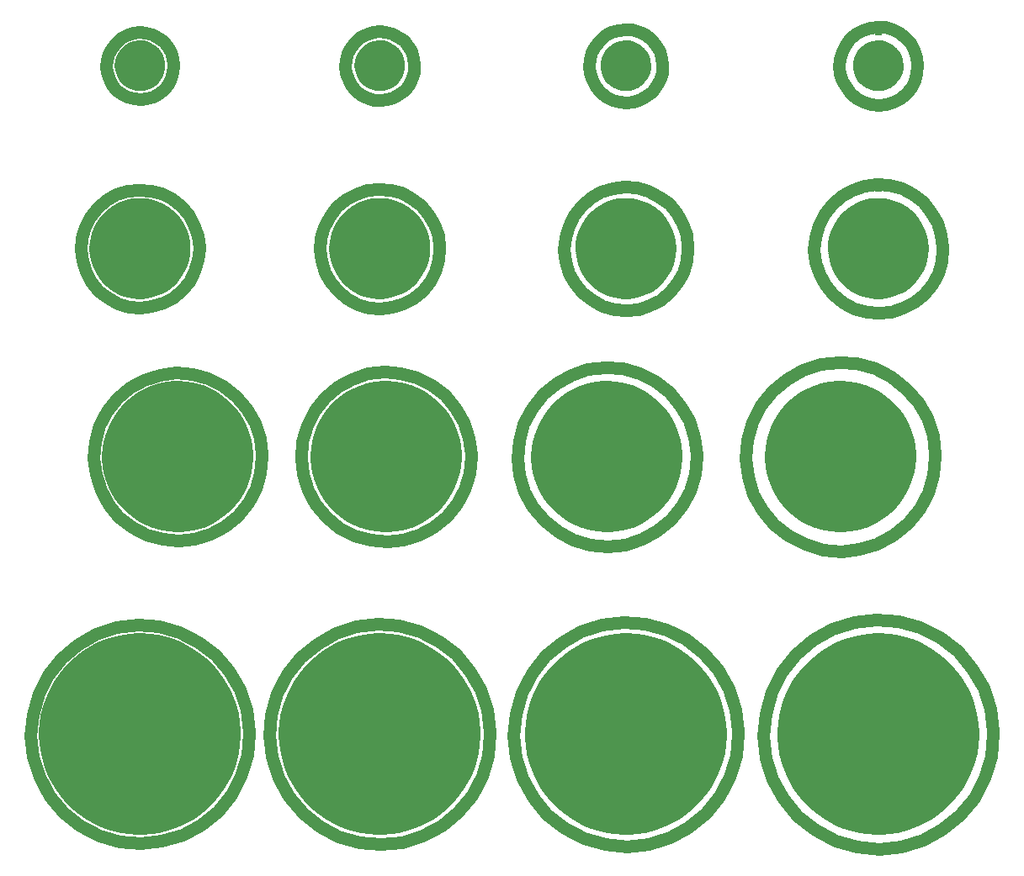
<source format=gts>
G04 (created by PCBNEW-RS274X (2011-nov-30)-testing) date Sat 18 Aug 2012 05:52:09 PM EDT*
%MOIN*%
G04 Gerber Fmt 3.4, Leading zero omitted, Abs format*
%FSLAX34Y34*%
G01*
G70*
G90*
G04 APERTURE LIST*
%ADD10C,0.006*%
%ADD11C,0.05*%
%ADD12C,0.4*%
%ADD13C,0.3*%
%ADD14C,0.2*%
%ADD15C,0.1*%
%ADD16C,0.16*%
%ADD17R,0.03X0.03*%
G04 APERTURE END LIST*
G54D10*
G54D11*
X79870Y-68000D02*
X79786Y-68848D01*
X79540Y-69665D01*
X79139Y-70418D01*
X78600Y-71079D01*
X77943Y-71622D01*
X77193Y-72028D01*
X76378Y-72280D01*
X75530Y-72369D01*
X74682Y-72292D01*
X73863Y-72051D01*
X73108Y-71656D01*
X72443Y-71122D01*
X71895Y-70468D01*
X71484Y-69721D01*
X71226Y-68908D01*
X71131Y-68061D01*
X71202Y-67212D01*
X71437Y-66392D01*
X71827Y-65633D01*
X72357Y-64965D01*
X73006Y-64412D01*
X73751Y-63996D01*
X74562Y-63732D01*
X75409Y-63631D01*
X76258Y-63697D01*
X77080Y-63926D01*
X77841Y-64311D01*
X78513Y-64836D01*
X79070Y-65481D01*
X79492Y-66223D01*
X79761Y-67032D01*
X79868Y-67878D01*
X79870Y-68000D01*
G54D12*
X77500Y-68000D02*
X77461Y-68388D01*
X77349Y-68762D01*
X77165Y-69106D01*
X76919Y-69409D01*
X76618Y-69658D01*
X76275Y-69843D01*
X75902Y-69959D01*
X75513Y-69999D01*
X75126Y-69964D01*
X74751Y-69854D01*
X74405Y-69673D01*
X74101Y-69428D01*
X73850Y-69129D01*
X73662Y-68787D01*
X73544Y-68415D01*
X73501Y-68027D01*
X73533Y-67639D01*
X73641Y-67264D01*
X73819Y-66917D01*
X74062Y-66611D01*
X74359Y-66358D01*
X74700Y-66168D01*
X75071Y-66047D01*
X75459Y-66001D01*
X75847Y-66031D01*
X76223Y-66136D01*
X76571Y-66312D01*
X76879Y-66552D01*
X77134Y-66848D01*
X77327Y-67187D01*
X77450Y-67557D01*
X77499Y-67945D01*
X77500Y-68000D01*
G54D11*
X70330Y-68000D02*
X70247Y-68841D01*
X70003Y-69650D01*
X69606Y-70396D01*
X69072Y-71051D01*
X68421Y-71589D01*
X67677Y-71991D01*
X66870Y-72241D01*
X66030Y-72329D01*
X65189Y-72253D01*
X64378Y-72014D01*
X63630Y-71623D01*
X62971Y-71093D01*
X62428Y-70446D01*
X62021Y-69705D01*
X61765Y-68900D01*
X61671Y-68060D01*
X61742Y-67219D01*
X61975Y-66407D01*
X62361Y-65655D01*
X62886Y-64993D01*
X63529Y-64445D01*
X64267Y-64033D01*
X65071Y-63772D01*
X65910Y-63671D01*
X66751Y-63736D01*
X67565Y-63964D01*
X68320Y-64345D01*
X68986Y-64865D01*
X69538Y-65505D01*
X69955Y-66239D01*
X70222Y-67041D01*
X70328Y-67880D01*
X70330Y-68000D01*
G54D12*
X68000Y-68000D02*
X67961Y-68388D01*
X67849Y-68762D01*
X67665Y-69106D01*
X67419Y-69409D01*
X67118Y-69658D01*
X66775Y-69843D01*
X66402Y-69959D01*
X66013Y-69999D01*
X65626Y-69964D01*
X65251Y-69854D01*
X64905Y-69673D01*
X64601Y-69428D01*
X64350Y-69129D01*
X64162Y-68787D01*
X64044Y-68415D01*
X64001Y-68027D01*
X64033Y-67639D01*
X64141Y-67264D01*
X64319Y-66917D01*
X64562Y-66611D01*
X64859Y-66358D01*
X65200Y-66168D01*
X65571Y-66047D01*
X65959Y-66001D01*
X66347Y-66031D01*
X66723Y-66136D01*
X67071Y-66312D01*
X67379Y-66552D01*
X67634Y-66848D01*
X67827Y-67187D01*
X67950Y-67557D01*
X67999Y-67945D01*
X68000Y-68000D01*
G54D11*
X99800Y-68000D02*
X99713Y-68883D01*
X99456Y-69733D01*
X99039Y-70517D01*
X98478Y-71206D01*
X97794Y-71772D01*
X97013Y-72194D01*
X96164Y-72457D01*
X95281Y-72549D01*
X94398Y-72469D01*
X93546Y-72218D01*
X92759Y-71807D01*
X92067Y-71250D01*
X91496Y-70570D01*
X91068Y-69792D01*
X90800Y-68945D01*
X90701Y-68063D01*
X90775Y-67179D01*
X91020Y-66326D01*
X91426Y-65536D01*
X91978Y-64840D01*
X92654Y-64264D01*
X93429Y-63831D01*
X94273Y-63557D01*
X95155Y-63451D01*
X96040Y-63520D01*
X96895Y-63758D01*
X97688Y-64159D01*
X98387Y-64706D01*
X98968Y-65378D01*
X99406Y-66150D01*
X99686Y-66992D01*
X99798Y-67873D01*
X99800Y-68000D01*
G54D12*
X97250Y-68000D02*
X97211Y-68388D01*
X97099Y-68762D01*
X96915Y-69106D01*
X96669Y-69409D01*
X96368Y-69658D01*
X96025Y-69843D01*
X95652Y-69959D01*
X95263Y-69999D01*
X94876Y-69964D01*
X94501Y-69854D01*
X94155Y-69673D01*
X93851Y-69428D01*
X93600Y-69129D01*
X93412Y-68787D01*
X93294Y-68415D01*
X93251Y-68027D01*
X93283Y-67639D01*
X93391Y-67264D01*
X93569Y-66917D01*
X93812Y-66611D01*
X94109Y-66358D01*
X94450Y-66168D01*
X94821Y-66047D01*
X95209Y-66001D01*
X95597Y-66031D01*
X95973Y-66136D01*
X96321Y-66312D01*
X96629Y-66552D01*
X96884Y-66848D01*
X97077Y-67187D01*
X97200Y-67557D01*
X97249Y-67945D01*
X97250Y-68000D01*
G54D11*
X89700Y-68000D02*
X89615Y-68864D01*
X89364Y-69695D01*
X88956Y-70462D01*
X88407Y-71135D01*
X87738Y-71689D01*
X86974Y-72102D01*
X86144Y-72359D01*
X85281Y-72449D01*
X84417Y-72371D01*
X83584Y-72125D01*
X82814Y-71723D01*
X82137Y-71179D01*
X81579Y-70514D01*
X81160Y-69753D01*
X80898Y-68925D01*
X80801Y-68062D01*
X80874Y-67197D01*
X81113Y-66362D01*
X81510Y-65590D01*
X82049Y-64909D01*
X82711Y-64346D01*
X83469Y-63923D01*
X84295Y-63654D01*
X85157Y-63551D01*
X86022Y-63618D01*
X86859Y-63852D01*
X87634Y-64243D01*
X88318Y-64778D01*
X88886Y-65435D01*
X89315Y-66191D01*
X89589Y-67015D01*
X89698Y-67876D01*
X89700Y-68000D01*
G54D12*
X87250Y-68000D02*
X87211Y-68388D01*
X87099Y-68762D01*
X86915Y-69106D01*
X86669Y-69409D01*
X86368Y-69658D01*
X86025Y-69843D01*
X85652Y-69959D01*
X85263Y-69999D01*
X84876Y-69964D01*
X84501Y-69854D01*
X84155Y-69673D01*
X83851Y-69428D01*
X83600Y-69129D01*
X83412Y-68787D01*
X83294Y-68415D01*
X83251Y-68027D01*
X83283Y-67639D01*
X83391Y-67264D01*
X83569Y-66917D01*
X83812Y-66611D01*
X84109Y-66358D01*
X84450Y-66168D01*
X84821Y-66047D01*
X85209Y-66001D01*
X85597Y-66031D01*
X85973Y-66136D01*
X86321Y-66312D01*
X86629Y-66552D01*
X86884Y-66848D01*
X87077Y-67187D01*
X87200Y-67557D01*
X87249Y-67945D01*
X87250Y-68000D01*
G54D11*
X70830Y-57000D02*
X70766Y-57646D01*
X70578Y-58268D01*
X70273Y-58842D01*
X69862Y-59346D01*
X69362Y-59760D01*
X68790Y-60069D01*
X68169Y-60261D01*
X67523Y-60329D01*
X66877Y-60271D01*
X66253Y-60087D01*
X65677Y-59786D01*
X65171Y-59379D01*
X64753Y-58881D01*
X64440Y-58311D01*
X64243Y-57692D01*
X64171Y-57046D01*
X64225Y-56399D01*
X64404Y-55775D01*
X64701Y-55197D01*
X65105Y-54687D01*
X65600Y-54266D01*
X66167Y-53949D01*
X66785Y-53748D01*
X67431Y-53671D01*
X68078Y-53721D01*
X68704Y-53896D01*
X69284Y-54189D01*
X69796Y-54589D01*
X70221Y-55081D01*
X70542Y-55646D01*
X70747Y-56263D01*
X70828Y-56908D01*
X70830Y-57000D01*
G54D13*
X69000Y-57000D02*
X68971Y-57291D01*
X68886Y-57571D01*
X68749Y-57830D01*
X68564Y-58056D01*
X68338Y-58243D01*
X68081Y-58382D01*
X67801Y-58469D01*
X67510Y-58499D01*
X67219Y-58473D01*
X66939Y-58390D01*
X66679Y-58255D01*
X66451Y-58071D01*
X66263Y-57847D01*
X66122Y-57590D01*
X66033Y-57311D01*
X66001Y-57020D01*
X66025Y-56730D01*
X66106Y-56448D01*
X66240Y-56188D01*
X66421Y-55959D01*
X66644Y-55769D01*
X66900Y-55626D01*
X67178Y-55535D01*
X67469Y-55501D01*
X67760Y-55523D01*
X68042Y-55602D01*
X68303Y-55734D01*
X68534Y-55914D01*
X68725Y-56136D01*
X68870Y-56390D01*
X68962Y-56668D01*
X68999Y-56959D01*
X69000Y-57000D01*
G54D11*
X97500Y-57000D02*
X97428Y-57728D01*
X97217Y-58429D01*
X96873Y-59075D01*
X96410Y-59642D01*
X95846Y-60108D01*
X95203Y-60456D01*
X94504Y-60673D01*
X93776Y-60749D01*
X93048Y-60683D01*
X92346Y-60476D01*
X91697Y-60137D01*
X91127Y-59679D01*
X90656Y-59118D01*
X90304Y-58477D01*
X90082Y-57779D01*
X90001Y-57052D01*
X90062Y-56324D01*
X90264Y-55620D01*
X90598Y-54969D01*
X91053Y-54396D01*
X91610Y-53921D01*
X92249Y-53564D01*
X92945Y-53338D01*
X93672Y-53251D01*
X94401Y-53307D01*
X95106Y-53504D01*
X95759Y-53834D01*
X96336Y-54285D01*
X96814Y-54839D01*
X97175Y-55475D01*
X97406Y-56170D01*
X97498Y-56896D01*
X97500Y-57000D01*
G54D13*
X95250Y-57000D02*
X95221Y-57291D01*
X95136Y-57571D01*
X94999Y-57830D01*
X94814Y-58056D01*
X94588Y-58243D01*
X94331Y-58382D01*
X94051Y-58469D01*
X93760Y-58499D01*
X93469Y-58473D01*
X93189Y-58390D01*
X92929Y-58255D01*
X92701Y-58071D01*
X92513Y-57847D01*
X92372Y-57590D01*
X92283Y-57311D01*
X92251Y-57020D01*
X92275Y-56730D01*
X92356Y-56448D01*
X92490Y-56188D01*
X92671Y-55959D01*
X92894Y-55769D01*
X93150Y-55626D01*
X93428Y-55535D01*
X93719Y-55501D01*
X94010Y-55523D01*
X94292Y-55602D01*
X94553Y-55734D01*
X94784Y-55914D01*
X94975Y-56136D01*
X95120Y-56390D01*
X95212Y-56668D01*
X95249Y-56959D01*
X95250Y-57000D01*
G54D11*
X88050Y-57000D02*
X87982Y-57689D01*
X87782Y-58352D01*
X87456Y-58964D01*
X87018Y-59501D01*
X86485Y-59943D01*
X85875Y-60272D01*
X85213Y-60477D01*
X84524Y-60549D01*
X83835Y-60487D01*
X83171Y-60291D01*
X82557Y-59970D01*
X82017Y-59536D01*
X81571Y-59005D01*
X81238Y-58398D01*
X81028Y-57738D01*
X80951Y-57049D01*
X81009Y-56360D01*
X81200Y-55694D01*
X81516Y-55077D01*
X81947Y-54534D01*
X82474Y-54085D01*
X83079Y-53747D01*
X83738Y-53533D01*
X84426Y-53451D01*
X85116Y-53504D01*
X85783Y-53691D01*
X86402Y-54003D01*
X86948Y-54430D01*
X87400Y-54954D01*
X87743Y-55557D01*
X87961Y-56214D01*
X88048Y-56901D01*
X88050Y-57000D01*
G54D13*
X86000Y-57000D02*
X85971Y-57291D01*
X85886Y-57571D01*
X85749Y-57830D01*
X85564Y-58056D01*
X85338Y-58243D01*
X85081Y-58382D01*
X84801Y-58469D01*
X84510Y-58499D01*
X84219Y-58473D01*
X83939Y-58390D01*
X83679Y-58255D01*
X83451Y-58071D01*
X83263Y-57847D01*
X83122Y-57590D01*
X83033Y-57311D01*
X83001Y-57020D01*
X83025Y-56730D01*
X83106Y-56448D01*
X83240Y-56188D01*
X83421Y-55959D01*
X83644Y-55769D01*
X83900Y-55626D01*
X84178Y-55535D01*
X84469Y-55501D01*
X84760Y-55523D01*
X85042Y-55602D01*
X85303Y-55734D01*
X85534Y-55914D01*
X85725Y-56136D01*
X85870Y-56390D01*
X85962Y-56668D01*
X85999Y-56959D01*
X86000Y-57000D01*
G54D11*
X79120Y-57000D02*
X79055Y-57654D01*
X78865Y-58284D01*
X78556Y-58864D01*
X78141Y-59374D01*
X77634Y-59793D01*
X77055Y-60106D01*
X76427Y-60301D01*
X75773Y-60369D01*
X75119Y-60310D01*
X74488Y-60124D01*
X73905Y-59819D01*
X73393Y-59407D01*
X72970Y-58903D01*
X72653Y-58327D01*
X72454Y-57700D01*
X72381Y-57047D01*
X72436Y-56392D01*
X72617Y-55760D01*
X72918Y-55175D01*
X73326Y-54660D01*
X73827Y-54233D01*
X74401Y-53912D01*
X75027Y-53709D01*
X75680Y-53631D01*
X76335Y-53682D01*
X76968Y-53859D01*
X77555Y-54155D01*
X78074Y-54560D01*
X78503Y-55058D01*
X78828Y-55630D01*
X79036Y-56254D01*
X79118Y-56906D01*
X79120Y-57000D01*
G54D13*
X77250Y-57000D02*
X77221Y-57291D01*
X77136Y-57571D01*
X76999Y-57830D01*
X76814Y-58056D01*
X76588Y-58243D01*
X76331Y-58382D01*
X76051Y-58469D01*
X75760Y-58499D01*
X75469Y-58473D01*
X75189Y-58390D01*
X74929Y-58255D01*
X74701Y-58071D01*
X74513Y-57847D01*
X74372Y-57590D01*
X74283Y-57311D01*
X74251Y-57020D01*
X74275Y-56730D01*
X74356Y-56448D01*
X74490Y-56188D01*
X74671Y-55959D01*
X74894Y-55769D01*
X75150Y-55626D01*
X75428Y-55535D01*
X75719Y-55501D01*
X76010Y-55523D01*
X76292Y-55602D01*
X76553Y-55734D01*
X76784Y-55914D01*
X76975Y-56136D01*
X77120Y-56390D01*
X77212Y-56668D01*
X77249Y-56959D01*
X77250Y-57000D01*
G54D11*
X68340Y-48750D02*
X68295Y-49204D01*
X68163Y-49641D01*
X67949Y-50044D01*
X67660Y-50398D01*
X67308Y-50689D01*
X66906Y-50907D01*
X66470Y-51042D01*
X66016Y-51089D01*
X65562Y-51048D01*
X65124Y-50919D01*
X64719Y-50708D01*
X64363Y-50421D01*
X64070Y-50072D01*
X63850Y-49671D01*
X63712Y-49236D01*
X63661Y-48782D01*
X63699Y-48328D01*
X63825Y-47889D01*
X64034Y-47483D01*
X64317Y-47125D01*
X64665Y-46829D01*
X65064Y-46606D01*
X65498Y-46465D01*
X65951Y-46411D01*
X66406Y-46446D01*
X66846Y-46569D01*
X67253Y-46775D01*
X67613Y-47056D01*
X67912Y-47402D01*
X68137Y-47799D01*
X68281Y-48232D01*
X68339Y-48685D01*
X68340Y-48750D01*
G54D14*
X67000Y-48750D02*
X66980Y-48944D01*
X66924Y-49131D01*
X66832Y-49303D01*
X66709Y-49454D01*
X66559Y-49579D01*
X66387Y-49671D01*
X66201Y-49729D01*
X66006Y-49749D01*
X65813Y-49732D01*
X65626Y-49677D01*
X65453Y-49586D01*
X65301Y-49464D01*
X65175Y-49314D01*
X65081Y-49143D01*
X65022Y-48957D01*
X65001Y-48763D01*
X65017Y-48570D01*
X65071Y-48382D01*
X65160Y-48209D01*
X65281Y-48056D01*
X65430Y-47929D01*
X65600Y-47834D01*
X65786Y-47774D01*
X65980Y-47751D01*
X66173Y-47766D01*
X66361Y-47818D01*
X66535Y-47906D01*
X66689Y-48026D01*
X66817Y-48174D01*
X66913Y-48344D01*
X66975Y-48529D01*
X66999Y-48723D01*
X67000Y-48750D01*
G54D11*
X97800Y-48750D02*
X97751Y-49245D01*
X97607Y-49721D01*
X97373Y-50161D01*
X97059Y-50546D01*
X96675Y-50864D01*
X96238Y-51100D01*
X95762Y-51247D01*
X95267Y-51299D01*
X94773Y-51254D01*
X94295Y-51114D01*
X93854Y-50883D01*
X93466Y-50571D01*
X93146Y-50190D01*
X92907Y-49754D01*
X92756Y-49280D01*
X92701Y-48785D01*
X92742Y-48290D01*
X92880Y-47812D01*
X93107Y-47369D01*
X93416Y-46979D01*
X93795Y-46657D01*
X94230Y-46414D01*
X94703Y-46260D01*
X95197Y-46201D01*
X95692Y-46239D01*
X96172Y-46373D01*
X96616Y-46597D01*
X97008Y-46904D01*
X97333Y-47281D01*
X97579Y-47713D01*
X97736Y-48186D01*
X97799Y-48679D01*
X97800Y-48750D01*
G54D14*
X96250Y-48750D02*
X96230Y-48944D01*
X96174Y-49131D01*
X96082Y-49303D01*
X95959Y-49454D01*
X95809Y-49579D01*
X95637Y-49671D01*
X95451Y-49729D01*
X95256Y-49749D01*
X95063Y-49732D01*
X94876Y-49677D01*
X94703Y-49586D01*
X94551Y-49464D01*
X94425Y-49314D01*
X94331Y-49143D01*
X94272Y-48957D01*
X94251Y-48763D01*
X94267Y-48570D01*
X94321Y-48382D01*
X94410Y-48209D01*
X94531Y-48056D01*
X94680Y-47929D01*
X94850Y-47834D01*
X95036Y-47774D01*
X95230Y-47751D01*
X95423Y-47766D01*
X95611Y-47818D01*
X95785Y-47906D01*
X95939Y-48026D01*
X96067Y-48174D01*
X96163Y-48344D01*
X96225Y-48529D01*
X96249Y-48723D01*
X96250Y-48750D01*
G54D11*
X87700Y-48750D02*
X87653Y-49225D01*
X87515Y-49683D01*
X87290Y-50105D01*
X86988Y-50476D01*
X86620Y-50781D01*
X86199Y-51008D01*
X85742Y-51149D01*
X85267Y-51199D01*
X84791Y-51156D01*
X84333Y-51021D01*
X83909Y-50800D01*
X83536Y-50500D01*
X83229Y-50134D01*
X82999Y-49715D01*
X82854Y-49259D01*
X82801Y-48784D01*
X82841Y-48308D01*
X82973Y-47849D01*
X83191Y-47423D01*
X83488Y-47049D01*
X83852Y-46739D01*
X84270Y-46505D01*
X84724Y-46358D01*
X85199Y-46301D01*
X85675Y-46338D01*
X86135Y-46466D01*
X86562Y-46682D01*
X86939Y-46976D01*
X87252Y-47338D01*
X87488Y-47754D01*
X87639Y-48208D01*
X87699Y-48682D01*
X87700Y-48750D01*
G54D14*
X86250Y-48750D02*
X86230Y-48944D01*
X86174Y-49131D01*
X86082Y-49303D01*
X85959Y-49454D01*
X85809Y-49579D01*
X85637Y-49671D01*
X85451Y-49729D01*
X85256Y-49749D01*
X85063Y-49732D01*
X84876Y-49677D01*
X84703Y-49586D01*
X84551Y-49464D01*
X84425Y-49314D01*
X84331Y-49143D01*
X84272Y-48957D01*
X84251Y-48763D01*
X84267Y-48570D01*
X84321Y-48382D01*
X84410Y-48209D01*
X84531Y-48056D01*
X84680Y-47929D01*
X84850Y-47834D01*
X85036Y-47774D01*
X85230Y-47751D01*
X85423Y-47766D01*
X85611Y-47818D01*
X85785Y-47906D01*
X85939Y-48026D01*
X86067Y-48174D01*
X86163Y-48344D01*
X86225Y-48529D01*
X86249Y-48723D01*
X86250Y-48750D01*
G54D11*
X77870Y-48750D02*
X77824Y-49210D01*
X77691Y-49653D01*
X77474Y-50061D01*
X77181Y-50419D01*
X76825Y-50714D01*
X76418Y-50934D01*
X75976Y-51071D01*
X75516Y-51119D01*
X75056Y-51078D01*
X74613Y-50947D01*
X74203Y-50733D01*
X73842Y-50443D01*
X73545Y-50088D01*
X73322Y-49683D01*
X73182Y-49242D01*
X73131Y-48783D01*
X73169Y-48323D01*
X73297Y-47878D01*
X73508Y-47467D01*
X73796Y-47104D01*
X74148Y-46804D01*
X74552Y-46579D01*
X74992Y-46436D01*
X75451Y-46381D01*
X75911Y-46417D01*
X76357Y-46541D01*
X76769Y-46749D01*
X77134Y-47034D01*
X77436Y-47384D01*
X77665Y-47787D01*
X77811Y-48225D01*
X77869Y-48684D01*
X77870Y-48750D01*
G54D14*
X76500Y-48750D02*
X76480Y-48944D01*
X76424Y-49131D01*
X76332Y-49303D01*
X76209Y-49454D01*
X76059Y-49579D01*
X75887Y-49671D01*
X75701Y-49729D01*
X75506Y-49749D01*
X75313Y-49732D01*
X75126Y-49677D01*
X74953Y-49586D01*
X74801Y-49464D01*
X74675Y-49314D01*
X74581Y-49143D01*
X74522Y-48957D01*
X74501Y-48763D01*
X74517Y-48570D01*
X74571Y-48382D01*
X74660Y-48209D01*
X74781Y-48056D01*
X74930Y-47929D01*
X75100Y-47834D01*
X75286Y-47774D01*
X75480Y-47751D01*
X75673Y-47766D01*
X75861Y-47818D01*
X76035Y-47906D01*
X76189Y-48026D01*
X76317Y-48174D01*
X76413Y-48344D01*
X76475Y-48529D01*
X76499Y-48723D01*
X76500Y-48750D01*
G54D11*
X67330Y-41500D02*
X67304Y-41758D01*
X67229Y-42006D01*
X67107Y-42236D01*
X66943Y-42437D01*
X66743Y-42602D01*
X66515Y-42726D01*
X66267Y-42802D01*
X66009Y-42829D01*
X65751Y-42806D01*
X65502Y-42733D01*
X65272Y-42612D01*
X65070Y-42450D01*
X64903Y-42251D01*
X64778Y-42023D01*
X64700Y-41776D01*
X64671Y-41518D01*
X64692Y-41260D01*
X64764Y-41011D01*
X64883Y-40780D01*
X65044Y-40577D01*
X65241Y-40408D01*
X65468Y-40282D01*
X65715Y-40202D01*
X65973Y-40171D01*
X66230Y-40191D01*
X66480Y-40261D01*
X66712Y-40378D01*
X66917Y-40537D01*
X67086Y-40734D01*
X67215Y-40960D01*
X67296Y-41206D01*
X67329Y-41463D01*
X67330Y-41500D01*
G54D15*
X66500Y-41500D02*
X66490Y-41597D01*
X66462Y-41690D01*
X66416Y-41776D01*
X66354Y-41852D01*
X66279Y-41914D01*
X66193Y-41960D01*
X66100Y-41989D01*
X66003Y-41999D01*
X65907Y-41991D01*
X65813Y-41963D01*
X65727Y-41918D01*
X65651Y-41857D01*
X65588Y-41782D01*
X65541Y-41696D01*
X65511Y-41603D01*
X65501Y-41506D01*
X65509Y-41410D01*
X65536Y-41316D01*
X65580Y-41230D01*
X65641Y-41153D01*
X65715Y-41090D01*
X65800Y-41042D01*
X65893Y-41012D01*
X65990Y-41001D01*
X66086Y-41008D01*
X66180Y-41034D01*
X66267Y-41078D01*
X66344Y-41138D01*
X66408Y-41212D01*
X66456Y-41297D01*
X66487Y-41390D01*
X66499Y-41487D01*
X66500Y-41500D01*
G54D11*
X96800Y-41500D02*
X96770Y-41801D01*
X96683Y-42090D01*
X96541Y-42357D01*
X96349Y-42592D01*
X96116Y-42785D01*
X95850Y-42928D01*
X95561Y-43018D01*
X95260Y-43049D01*
X94960Y-43022D01*
X94670Y-42937D01*
X94402Y-42796D01*
X94166Y-42607D01*
X93972Y-42375D01*
X93826Y-42110D01*
X93734Y-41822D01*
X93701Y-41521D01*
X93726Y-41221D01*
X93809Y-40930D01*
X93948Y-40661D01*
X94136Y-40424D01*
X94366Y-40228D01*
X94630Y-40080D01*
X94918Y-39987D01*
X95218Y-39951D01*
X95519Y-39974D01*
X95810Y-40055D01*
X96080Y-40192D01*
X96318Y-40378D01*
X96516Y-40607D01*
X96665Y-40870D01*
X96761Y-41157D01*
X96799Y-41457D01*
X96800Y-41500D01*
G54D15*
X95750Y-41500D02*
X95740Y-41597D01*
X95712Y-41690D01*
X95666Y-41776D01*
X95604Y-41852D01*
X95529Y-41914D01*
X95443Y-41960D01*
X95350Y-41989D01*
X95253Y-41999D01*
X95157Y-41991D01*
X95063Y-41963D01*
X94977Y-41918D01*
X94901Y-41857D01*
X94838Y-41782D01*
X94791Y-41696D01*
X94761Y-41603D01*
X94751Y-41506D01*
X94759Y-41410D01*
X94786Y-41316D01*
X94830Y-41230D01*
X94891Y-41153D01*
X94965Y-41090D01*
X95050Y-41042D01*
X95143Y-41012D01*
X95240Y-41001D01*
X95336Y-41008D01*
X95430Y-41034D01*
X95517Y-41078D01*
X95594Y-41138D01*
X95658Y-41212D01*
X95706Y-41297D01*
X95737Y-41390D01*
X95749Y-41487D01*
X95750Y-41500D01*
G54D11*
X86700Y-41500D02*
X86672Y-41781D01*
X86590Y-42052D01*
X86457Y-42302D01*
X86278Y-42521D01*
X86060Y-42702D01*
X85811Y-42836D01*
X85541Y-42920D01*
X85260Y-42949D01*
X84979Y-42924D01*
X84707Y-42844D01*
X84457Y-42713D01*
X84236Y-42535D01*
X84054Y-42319D01*
X83918Y-42071D01*
X83832Y-41801D01*
X83801Y-41520D01*
X83824Y-41239D01*
X83902Y-40967D01*
X84032Y-40715D01*
X84207Y-40493D01*
X84423Y-40310D01*
X84670Y-40172D01*
X84939Y-40084D01*
X85220Y-40051D01*
X85501Y-40073D01*
X85774Y-40149D01*
X86026Y-40276D01*
X86249Y-40450D01*
X86434Y-40665D01*
X86574Y-40911D01*
X86663Y-41179D01*
X86699Y-41460D01*
X86700Y-41500D01*
G54D15*
X85750Y-41500D02*
X85740Y-41597D01*
X85712Y-41690D01*
X85666Y-41776D01*
X85604Y-41852D01*
X85529Y-41914D01*
X85443Y-41960D01*
X85350Y-41989D01*
X85253Y-41999D01*
X85157Y-41991D01*
X85063Y-41963D01*
X84977Y-41918D01*
X84901Y-41857D01*
X84838Y-41782D01*
X84791Y-41696D01*
X84761Y-41603D01*
X84751Y-41506D01*
X84759Y-41410D01*
X84786Y-41316D01*
X84830Y-41230D01*
X84891Y-41153D01*
X84965Y-41090D01*
X85050Y-41042D01*
X85143Y-41012D01*
X85240Y-41001D01*
X85336Y-41008D01*
X85430Y-41034D01*
X85517Y-41078D01*
X85594Y-41138D01*
X85658Y-41212D01*
X85706Y-41297D01*
X85737Y-41390D01*
X85749Y-41487D01*
X85750Y-41500D01*
G54D11*
X76870Y-41500D02*
X76843Y-41766D01*
X76766Y-42022D01*
X76641Y-42258D01*
X76472Y-42465D01*
X76266Y-42635D01*
X76030Y-42762D01*
X75775Y-42842D01*
X75509Y-42869D01*
X75244Y-42845D01*
X74987Y-42770D01*
X74750Y-42646D01*
X74542Y-42478D01*
X74370Y-42274D01*
X74241Y-42039D01*
X74160Y-41784D01*
X74131Y-41519D01*
X74153Y-41253D01*
X74227Y-40996D01*
X74349Y-40758D01*
X74515Y-40549D01*
X74719Y-40376D01*
X74952Y-40245D01*
X75206Y-40162D01*
X75472Y-40131D01*
X75737Y-40151D01*
X75995Y-40223D01*
X76234Y-40344D01*
X76444Y-40508D01*
X76619Y-40711D01*
X76751Y-40943D01*
X76835Y-41197D01*
X76869Y-41462D01*
X76870Y-41500D01*
G54D15*
X76000Y-41500D02*
X75990Y-41597D01*
X75962Y-41690D01*
X75916Y-41776D01*
X75854Y-41852D01*
X75779Y-41914D01*
X75693Y-41960D01*
X75600Y-41989D01*
X75503Y-41999D01*
X75407Y-41991D01*
X75313Y-41963D01*
X75227Y-41918D01*
X75151Y-41857D01*
X75088Y-41782D01*
X75041Y-41696D01*
X75011Y-41603D01*
X75001Y-41506D01*
X75009Y-41410D01*
X75036Y-41316D01*
X75080Y-41230D01*
X75141Y-41153D01*
X75215Y-41090D01*
X75300Y-41042D01*
X75393Y-41012D01*
X75490Y-41001D01*
X75586Y-41008D01*
X75680Y-41034D01*
X75767Y-41078D01*
X75844Y-41138D01*
X75908Y-41212D01*
X75956Y-41297D01*
X75987Y-41390D01*
X75999Y-41487D01*
X76000Y-41500D01*
G54D16*
X75500Y-68000D03*
G54D17*
X75505Y-63555D03*
G54D16*
X66000Y-68000D03*
G54D17*
X66000Y-63700D03*
G54D16*
X95250Y-68000D03*
G54D17*
X95250Y-63500D03*
G54D16*
X85250Y-68000D03*
G54D17*
X85250Y-63500D03*
G54D16*
X67500Y-57000D03*
G54D17*
X67500Y-53700D03*
G54D16*
X93750Y-57000D03*
G54D17*
X93750Y-53200D03*
G54D16*
X84500Y-57000D03*
G54D17*
X84500Y-53500D03*
G54D16*
X75750Y-57000D03*
G54D17*
X75750Y-53700D03*
G54D16*
X66000Y-48750D03*
G54D17*
X66000Y-46350D03*
G54D16*
X95250Y-48750D03*
G54D17*
X95250Y-46350D03*
G54D16*
X85250Y-48750D03*
G54D17*
X85250Y-46350D03*
G54D16*
X75500Y-48750D03*
G54D17*
X75500Y-46350D03*
G54D16*
X66000Y-41500D03*
G54D17*
X66000Y-40170D03*
G54D16*
X95250Y-41500D03*
G54D17*
X95250Y-40170D03*
G54D16*
X85250Y-41500D03*
G54D17*
X85250Y-40170D03*
G54D16*
X75500Y-41500D03*
G54D17*
X75500Y-40170D03*
M02*

</source>
